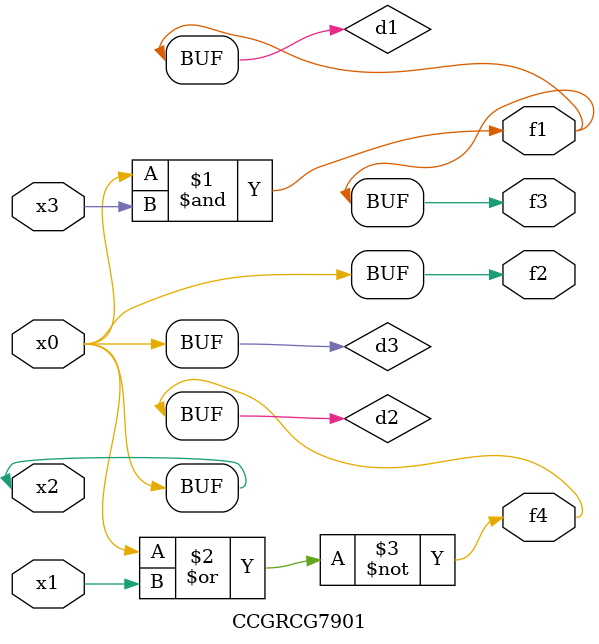
<source format=v>
module CCGRCG7901(
	input x0, x1, x2, x3,
	output f1, f2, f3, f4
);

	wire d1, d2, d3;

	and (d1, x2, x3);
	nor (d2, x0, x1);
	buf (d3, x0, x2);
	assign f1 = d1;
	assign f2 = d3;
	assign f3 = d1;
	assign f4 = d2;
endmodule

</source>
